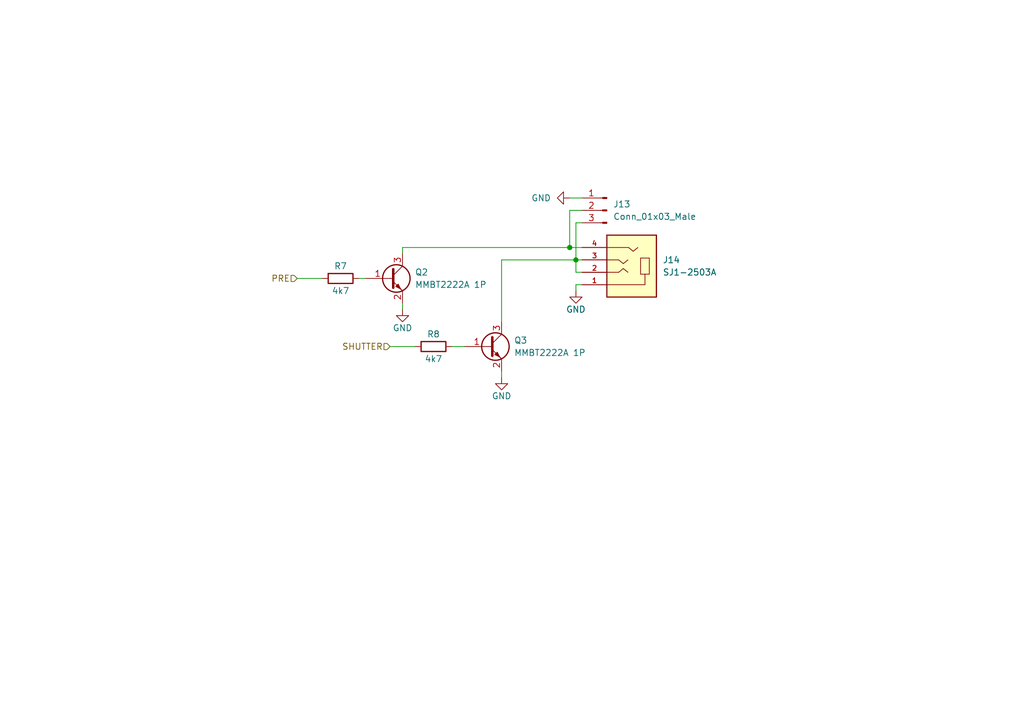
<source format=kicad_sch>
(kicad_sch (version 20211123) (generator eeschema)
  (paper "A5")
  (title_block (title "Camera Shutter Circuit") (date "2023-01-08") (rev "0.1") (company "Alexander Sage"))
  (lib_symbols
    (symbol "Connector:Conn_01x03_Male" (pin_names (offset 1.016) hide)
      (property "Reference" "J" (at 0 5.08 0))
      (property "Value" "Conn_01x03_Male" (at 0 -5.08 0))
      (symbol "Conn_01x03_Male_1_1"
        (polyline (pts (xy 1.27 -2.54) (xy 0.8636 -2.54)) (stroke (width 0.1524)))
        (polyline (pts (xy 1.27 0) (xy 0.8636 0)) (stroke (width 0.1524)))
        (polyline (pts (xy 1.27 2.54) (xy 0.8636 2.54)) (stroke (width 0.1524)))
        (rectangle (start 0.8636 -2.413) (end 0 -2.667) (stroke (width 0.1524)) (fill (type outline)))
        (rectangle (start 0.8636 0.127) (end 0 -0.127) (stroke (width 0.1524)) (fill (type outline)))
        (rectangle (start 0.8636 2.667) (end 0 2.413) (stroke (width 0.1524)) (fill (type outline)))
        (pin passive line (at 5.08 2.54 180) (length 3.81) (name "Pin_1") (number "1"))
        (pin passive line (at 5.08 0 180) (length 3.81) (name "Pin_2") (number "2"))
        (pin passive line (at 5.08 -2.54 180) (length 3.81) (name "Pin_3") (number "3"))
      )
    )
    (symbol "Device:R" (pin_numbers hide) (pin_names (offset 0))
      (property "Reference" "R" (at 2.032 0 90))
      (property "Value" "R" (at 0 0 90))
      (symbol "R_0_1"
        (rectangle (start -1.016 -2.54) (end 1.016 2.54) (stroke (width 0.254)))
      )
      (symbol "R_1_1"
        (pin passive line (at 0 3.81 270) (length 1.27) (name "~") (number "1"))
        (pin passive line (at 0 -3.81 90) (length 1.27) (name "~") (number "2"))
      )
    )
    (symbol "JLCPCB_Parts:MMBT2222A 1P" (pin_names (offset 0) hide)
      (property "Reference" "Q" (at 5.08 1.905 0))
      (property "Value" "MMBT2222A 1P" (at 5.08 0 0))
      (symbol "MMBT2222A 1P_0_1"
        (polyline (pts (xy 0 0) (xy 0.635 0)))
        (polyline (pts (xy 2.54 -2.54) (xy 0.635 -0.635)))
        (polyline (pts (xy 2.54 2.54) (xy 0.635 0.635)))
        (polyline (pts (xy 0.635 1.905) (xy 0.635 -1.905) (xy 0.635 -1.905)) (stroke (width 0.508)))
        (polyline (pts (xy 2.413 -2.413) (xy 1.905 -1.905) (xy 1.905 -1.905)))
        (polyline (pts (xy 1.143 -1.651) (xy 1.651 -1.143) (xy 2.159 -2.159) (xy 1.143 -1.651) (xy 1.143 -1.651)) (fill (type outline)))
        (circle (center 1.27 0) (radius 2.8194) (stroke (width 0.254)))
      )
      (symbol "MMBT2222A 1P_1_1"
        (pin input line (at -5.08 0 0) (length 5.08) (name "B") (number "1"))
        (pin passive line (at 2.54 -5.08 90) (length 2.54) (name "E") (number "2"))
        (pin passive line (at 2.54 5.08 270) (length 2.54) (name "C") (number "3"))
      )
    )
    (symbol "SJ1-2503A:SJ1-2503A" (pin_names (offset 1.016))
      (property "Reference" "J" (at -5.088 8.1408 0))
      (property "Value" "SJ1-2503A" (at -5.0844 -7.1181 0))
      (symbol "SJ1-2503A_0_0"
        (rectangle (start -5.08 -5.08) (end 5.08 7.62) (stroke (width 0.254)) (fill (type background)))
        (polyline (pts (xy -3.6195 -0.381) (xy -3.6195 2.921)) (stroke (width 0.1524)))
        (polyline (pts (xy -3.6195 2.921) (xy -2.7305 2.921)) (stroke (width 0.1524)))
        (polyline (pts (xy -2.7305 2.921) (xy -1.8415 2.921)) (stroke (width 0.1524)))
        (polyline (pts (xy -2.7305 5.08) (xy -2.7305 2.921)) (stroke (width 0.1524)))
        (polyline (pts (xy -1.8415 -0.381) (xy -3.6195 -0.381)) (stroke (width 0.1524)))
        (polyline (pts (xy -1.8415 2.921) (xy -1.8415 -0.381)) (stroke (width 0.1524)))
        (polyline (pts (xy -0.3175 -1.778) (xy -1.27 -2.54)) (stroke (width 0.1524)))
        (polyline (pts (xy 0.635 -2.54) (xy -0.3175 -1.778)) (stroke (width 0.1524)))
        (polyline (pts (xy 1.7145 0.762) (xy 0.762 0)) (stroke (width 0.1524)))
        (polyline (pts (xy 1.7145 1.778) (xy 0.762 2.54)) (stroke (width 0.1524)))
        (polyline (pts (xy 2.667 0) (xy 1.7145 0.762)) (stroke (width 0.1524)))
        (polyline (pts (xy 2.667 2.54) (xy 1.7145 1.778)) (stroke (width 0.1524)))
        (polyline (pts (xy 4.953 -2.54) (xy 0.635 -2.54)) (stroke (width 0.1524)))
        (polyline (pts (xy 4.953 0) (xy 2.667 0)) (stroke (width 0.1524)))
        (polyline (pts (xy 5.08 2.54) (xy 2.667 2.54)) (stroke (width 0.1524)))
        (polyline (pts (xy 5.08 5.08) (xy -2.7305 5.08)) (stroke (width 0.1524)))
        (pin passive line (at 10.16 5.08 180) (length 5.08) (name "~") (number "1"))
        (pin passive line (at 10.16 2.54 180) (length 5.08) (name "~") (number "2"))
        (pin passive line (at 10.16 0 180) (length 5.08) (name "~") (number "3"))
        (pin passive line (at 10.16 -2.54 180) (length 5.08) (name "~") (number "4"))
      )
    )
    (symbol "power:GND" (power) (pin_names (offset 0))
      (property "Value" "GND" (at 0 -3.81 0))
      (symbol "GND_0_1"
        (polyline (pts (xy 0 0) (xy 0 -1.27) (xy 1.27 -1.27) (xy 0 -2.54) (xy -1.27 -1.27) (xy 0 -1.27)))
      )
      (symbol "GND_1_1"
        (pin power_in line (at 0 0 270) (length 0) hide (name "GND") (number "1"))
      )
    )
  )
  (junction (at 116.84 50.8))
  (junction (at 118.11 53.34))
  (wire (pts (xy 119.38 58.42) (xy 118.11 58.42)))
  (wire (pts (xy 116.84 43.18) (xy 116.84 50.8)))
  (wire (pts (xy 118.11 55.88) (xy 118.11 53.34)))
  (wire (pts (xy 119.38 43.18) (xy 116.84 43.18)))
  (wire (pts (xy 118.11 53.34) (xy 102.87 53.34)))
  (wire (pts (xy 116.84 40.64) (xy 119.38 40.64)))
  (wire (pts (xy 92.71 71.12) (xy 95.25 71.12)))
  (wire (pts (xy 116.84 50.8) (xy 119.38 50.8)))
  (wire (pts (xy 73.66 57.15) (xy 74.93 57.15)))
  (wire (pts (xy 102.87 76.2) (xy 102.87 77.47)))
  (wire (pts (xy 119.38 53.34) (xy 118.11 53.34)))
  (wire (pts (xy 82.55 52.07) (xy 82.55 50.8)))
  (wire (pts (xy 119.38 55.88) (xy 118.11 55.88)))
  (wire (pts (xy 80.01 71.12) (xy 85.09 71.12)))
  (wire (pts (xy 102.87 53.34) (xy 102.87 66.04)))
  (wire (pts (xy 60.96 57.15) (xy 66.04 57.15)))
  (wire (pts (xy 82.55 62.23) (xy 82.55 63.5)))
  (wire (pts (xy 118.11 58.42) (xy 118.11 59.69)))
  (wire (pts (xy 82.55 50.8) (xy 116.84 50.8)))
  (wire (pts (xy 118.11 53.34) (xy 118.11 45.72)))
  (wire (pts (xy 118.11 45.72) (xy 119.38 45.72)))
  (hierarchical_label "PRE" (shape input) (at 60.96 57.15 180))
  (hierarchical_label "SHUTTER" (shape input) (at 80.01 71.12 180))
  (symbol (lib_id "Device:R") (at 88.9 71.12 270) (unit 1)
    (property "Reference" "R8" (at 88.9 68.58 90))
    (property "Value" "4k7" (at 88.9 73.66 90))
    (property "Footprint" "Resistor_SMD:R_0805_2012Metric_Pad1.20x1.40mm_HandSolder" (effects hide))
  )
  (symbol (lib_id "JLCPCB_Parts:MMBT2222A 1P") (at 100.33 71.12 0) (unit 1)
    (property "Reference" "Q3" (at 105.41 69.8499 0) (effects (justify left)))
    (property "Value" "MMBT2222A 1P" (at 105.41 72.3899 0) (effects (justify left)))
    (property "Footprint" "Package_TO_SOT_SMD:SOT-23" (effects hide))
    (property "Datasheet" "https://datasheet.lcsc.com/lcsc/1811081957_Jiangsu-Changjing-Electronics-Technology-Co---Ltd--MMBT2222A-1P_C8512.pdf" (effects hide))
  )
  (symbol (lib_id "JLCPCB_Parts:MMBT2222A 1P") (at 80.01 57.15 0) (unit 1)
    (property "Reference" "Q2" (at 85.09 55.8799 0) (effects (justify left)))
    (property "Value" "MMBT2222A 1P" (at 85.09 58.4199 0) (effects (justify left)))
    (property "Footprint" "Package_TO_SOT_SMD:SOT-23" (effects hide))
    (property "Datasheet" "https://datasheet.lcsc.com/lcsc/1811081957_Jiangsu-Changjing-Electronics-Technology-Co---Ltd--MMBT2222A-1P_C8512.pdf" (effects hide))
  )
  (symbol (lib_id "power:GND") (at 102.87 77.47 0) (unit 1)
    (property "Reference" "#PWR030" (effects hide))
    (property "Value" "GND" (at 102.87 81.28 0))
  )
  (symbol (lib_id "power:GND") (at 118.11 59.69 0) (unit 1)
    (property "Reference" "#PWR028" (effects hide))
    (property "Value" "GND" (at 118.11 63.5 0))
  )
  (symbol (lib_id "power:GND") (at 82.55 63.5 0) (unit 1)
    (property "Reference" "#PWR029" (effects hide))
    (property "Value" "GND" (at 82.55 67.31 0))
  )
  (symbol (lib_id "Connector:Conn_01x03_Male") (at 124.46 43.18 0) (mirror y) (unit 1)
    (property "Reference" "J13" (at 125.73 41.9099 0) (effects (justify right)))
    (property "Value" "Conn_01x03_Male" (at 125.73 44.4499 0) (effects (justify right)))
    (property "Footprint" "Connector_PinHeader_2.54mm:PinHeader_1x03_P2.54mm_Vertical" (effects hide))
  )
  (symbol (lib_id "SJ1-2503A:SJ1-2503A") (at 129.54 53.34 180) (unit 1)
    (property "Reference" "J14" (at 135.89 53.3399 0) (effects (justify right)))
    (property "Value" "SJ1-2503A" (at 135.89 55.8799 0) (effects (justify right)))
    (property "Footprint" "cui-2:CUI_SJ1-2503A" (effects hide))
    (property "STANDARD" "Manufacturer Recommendation" (effects hide))
    (property "MANUFACTURER" "CUI INC" (effects hide))
    (property "REV" "B" (effects hide))
  )
  (symbol (lib_id "Device:R") (at 69.85 57.15 90) (unit 1)
    (property "Reference" "R7" (at 69.85 54.61 90))
    (property "Value" "4k7" (at 69.85 59.69 90))
    (property "Footprint" "Resistor_SMD:R_0805_2012Metric_Pad1.20x1.40mm_HandSolder" (effects hide))
  )
  (symbol (lib_id "power:GND") (at 116.84 40.64 270) (unit 1)
    (property "Reference" "#PWR027" (effects hide))
    (property "Value" "GND" (at 113.03 40.64 90) (effects (justify right)))
  )
)
</source>
